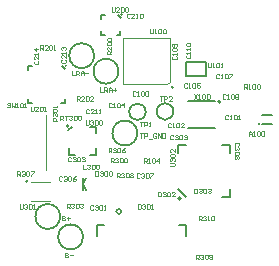
<source format=gto>
G04 Layer_Color=65535*
%FSLAX25Y25*%
%MOIN*%
G70*
G01*
G75*
%ADD42C,0.00500*%
%ADD45C,0.00800*%
%ADD46C,0.00400*%
%ADD70C,0.00433*%
%ADD71C,0.00394*%
%ADD72C,0.00492*%
%ADD73C,0.00787*%
D42*
X-6713Y-23846D02*
G03*
X-6713Y-23846I-787J0D01*
G01*
X-24206Y4700D02*
G03*
X-24206Y4700I-315J0D01*
G01*
X13124Y-19452D02*
G03*
X13124Y-19452I-492J0D01*
G01*
X1456Y9400D02*
G03*
X1456Y9400I-2756J0D01*
G01*
X39478Y5283D02*
G03*
X39478Y5283I-276J0D01*
G01*
X-27056Y-25500D02*
G03*
X-27056Y-25500I-4144J0D01*
G01*
X10656Y9500D02*
G03*
X10656Y9500I-2756J0D01*
G01*
X-19456Y-32300D02*
G03*
X-19456Y-32300I-4144J0D01*
G01*
X-1356Y2300D02*
G03*
X-1356Y2300I-4144J0D01*
G01*
X-15756Y28100D02*
G03*
X-15756Y28100I-4144J0D01*
G01*
X-25084Y24819D02*
G03*
X-25084Y24819I-197J0D01*
G01*
X-7656Y22900D02*
G03*
X-7656Y22900I-4144J0D01*
G01*
X26434Y12772D02*
G03*
X26434Y12772I-492J0D01*
G01*
X-19596Y-16769D02*
Y-12832D01*
X-19399Y-14800D02*
X-18415Y-12832D01*
X-19399Y-14800D02*
X-18415Y-16769D01*
X-15000Y-4859D02*
Y-2776D01*
X-17100Y-4859D02*
X-15000D01*
X-17100Y4300D02*
X-15000D01*
Y2200D02*
Y4300D01*
X-24159Y-4859D02*
X-22076D01*
X-24159D02*
Y-2776D01*
X-24324Y3243D02*
X-23143Y4424D01*
X14724Y26098D02*
X21613D01*
Y21177D02*
Y26098D01*
X14724Y21177D02*
Y26098D01*
Y21177D02*
X21613D01*
X40285Y5185D02*
X43435D01*
X40285Y8335D02*
X43435D01*
X-25301Y12201D02*
Y13776D01*
X-26876Y12201D02*
X-25301D01*
X-37899D02*
X-36324D01*
X-37899D02*
Y13776D01*
Y24799D02*
X-36324D01*
X-37899Y23224D02*
Y24799D01*
X-26482D02*
X-25301Y23618D01*
X-7936Y41745D02*
X-6755Y40564D01*
X-13448Y41548D02*
X-12169D01*
X-13448Y40268D02*
Y41548D01*
Y35052D02*
Y36331D01*
Y35052D02*
X-12169D01*
X-6952D02*
Y36331D01*
X-8232Y35052D02*
X-6952D01*
X15509Y4110D02*
X24663D01*
X15509Y12870D02*
X24663D01*
D45*
X12239Y-16204D02*
X14896Y-18861D01*
D46*
X35800Y1400D02*
Y2400D01*
X36300Y2899D01*
X36800Y2400D01*
Y1400D01*
Y2150D01*
X35800D01*
X37299Y1400D02*
X37799D01*
X37549D01*
Y2899D01*
X37299Y2650D01*
X38549D02*
X38799Y2899D01*
X39299D01*
X39549Y2650D01*
Y1650D01*
X39299Y1400D01*
X38799D01*
X38549Y1650D01*
Y2650D01*
X40049D02*
X40299Y2899D01*
X40798D01*
X41048Y2650D01*
Y1650D01*
X40798Y1400D01*
X40299D01*
X40049Y1650D01*
Y2650D01*
X-1900Y15950D02*
X-2150Y16199D01*
X-2650D01*
X-2900Y15950D01*
Y14950D01*
X-2650Y14700D01*
X-2150D01*
X-1900Y14950D01*
X-1400Y14700D02*
X-901D01*
X-1151D01*
Y16199D01*
X-1400Y15950D01*
X-151D02*
X99Y16199D01*
X599D01*
X849Y15950D01*
Y14950D01*
X599Y14700D01*
X99D01*
X-151Y14950D01*
Y15950D01*
X1349D02*
X1599Y16199D01*
X2098D01*
X2348Y15950D01*
Y14950D01*
X2098Y14700D01*
X1599D01*
X1349Y14950D01*
Y15950D01*
X29000Y8150D02*
X28750Y8399D01*
X28250D01*
X28000Y8150D01*
Y7150D01*
X28250Y6900D01*
X28750D01*
X29000Y7150D01*
X29500Y6900D02*
X29999D01*
X29749D01*
Y8399D01*
X29500Y8150D01*
X30749D02*
X30999Y8399D01*
X31499D01*
X31749Y8150D01*
Y7150D01*
X31499Y6900D01*
X30999D01*
X30749Y7150D01*
Y8150D01*
X32249Y6900D02*
X32748D01*
X32499D01*
Y8399D01*
X32249Y8150D01*
X9900Y5450D02*
X9650Y5700D01*
X9150D01*
X8900Y5450D01*
Y4450D01*
X9150Y4200D01*
X9650D01*
X9900Y4450D01*
X10400Y4200D02*
X10899D01*
X10650D01*
Y5700D01*
X10400Y5450D01*
X11649D02*
X11899Y5700D01*
X12399D01*
X12649Y5450D01*
Y4450D01*
X12399Y4200D01*
X11899D01*
X11649Y4450D01*
Y5450D01*
X14148Y4200D02*
X13149D01*
X14148Y5200D01*
Y5450D01*
X13898Y5700D01*
X13399D01*
X13149Y5450D01*
X-9900Y12150D02*
X-10150Y12399D01*
X-10650D01*
X-10900Y12150D01*
Y11150D01*
X-10650Y10900D01*
X-10150D01*
X-9900Y11150D01*
X-9401Y10900D02*
X-8901D01*
X-9151D01*
Y12399D01*
X-9401Y12150D01*
X-8151D02*
X-7901Y12399D01*
X-7401D01*
X-7151Y12150D01*
Y11150D01*
X-7401Y10900D01*
X-7901D01*
X-8151Y11150D01*
Y12150D01*
X-5902Y10900D02*
Y12399D01*
X-6651Y11650D01*
X-5652D01*
X15300Y18650D02*
X15050Y18900D01*
X14550D01*
X14300Y18650D01*
Y17650D01*
X14550Y17400D01*
X15050D01*
X15300Y17650D01*
X15800Y17400D02*
X16299D01*
X16049D01*
Y18900D01*
X15800Y18650D01*
X17049D02*
X17299Y18900D01*
X17799D01*
X18049Y18650D01*
Y17650D01*
X17799Y17400D01*
X17299D01*
X17049Y17650D01*
Y18650D01*
X19548Y18900D02*
X18549D01*
Y18150D01*
X19049Y18400D01*
X19298D01*
X19548Y18150D01*
Y17650D01*
X19298Y17400D01*
X18799D01*
X18549Y17650D01*
X26000Y21750D02*
X25750Y22000D01*
X25250D01*
X25000Y21750D01*
Y20750D01*
X25250Y20500D01*
X25750D01*
X26000Y20750D01*
X26500Y20500D02*
X26999D01*
X26749D01*
Y22000D01*
X26500Y21750D01*
X27749D02*
X27999Y22000D01*
X28499D01*
X28749Y21750D01*
Y20750D01*
X28499Y20500D01*
X27999D01*
X27749Y20750D01*
Y21750D01*
X29249Y22000D02*
X30248D01*
Y21750D01*
X29249Y20750D01*
Y20500D01*
X28100Y14950D02*
X27850Y15200D01*
X27350D01*
X27100Y14950D01*
Y13950D01*
X27350Y13700D01*
X27850D01*
X28100Y13950D01*
X28600Y13700D02*
X29099D01*
X28849D01*
Y15200D01*
X28600Y14950D01*
X29849D02*
X30099Y15200D01*
X30599D01*
X30849Y14950D01*
Y13950D01*
X30599Y13700D01*
X30099D01*
X29849Y13950D01*
Y14950D01*
X31349D02*
X31599Y15200D01*
X32098D01*
X32348Y14950D01*
Y14700D01*
X32098Y14450D01*
X32348Y14200D01*
Y13950D01*
X32098Y13700D01*
X31599D01*
X31349Y13950D01*
Y14200D01*
X31599Y14450D01*
X31349Y14700D01*
Y14950D01*
X31599Y14450D02*
X32098D01*
X10500Y27849D02*
X10250Y27599D01*
Y27099D01*
X10500Y26849D01*
X11499D01*
X11749Y27099D01*
Y27599D01*
X11499Y27849D01*
X11749Y28349D02*
Y28849D01*
Y28599D01*
X10250D01*
X10500Y28349D01*
Y29598D02*
X10250Y29848D01*
Y30348D01*
X10500Y30598D01*
X11499D01*
X11749Y30348D01*
Y29848D01*
X11499Y29598D01*
X10500D01*
X11499Y31098D02*
X11749Y31348D01*
Y31848D01*
X11499Y32098D01*
X10500D01*
X10250Y31848D01*
Y31348D01*
X10500Y31098D01*
X10750D01*
X10999Y31348D01*
Y32098D01*
X15050Y28300D02*
X14800Y28050D01*
Y27550D01*
X15050Y27300D01*
X16050D01*
X16300Y27550D01*
Y28050D01*
X16050Y28300D01*
X16300Y28800D02*
Y29299D01*
Y29049D01*
X14800D01*
X15050Y28800D01*
X16300Y30049D02*
Y30549D01*
Y30299D01*
X14800D01*
X15050Y30049D01*
Y31299D02*
X14800Y31549D01*
Y32048D01*
X15050Y32298D01*
X16050D01*
X16300Y32048D01*
Y31549D01*
X16050Y31299D01*
X15050D01*
X-3800Y41850D02*
X-4050Y42099D01*
X-4550D01*
X-4800Y41850D01*
Y40850D01*
X-4550Y40600D01*
X-4050D01*
X-3800Y40850D01*
X-2301Y40600D02*
X-3300D01*
X-2301Y41600D01*
Y41850D01*
X-2551Y42099D01*
X-3051D01*
X-3300Y41850D01*
X-1801Y40600D02*
X-1301D01*
X-1551D01*
Y42099D01*
X-1801Y41850D01*
X-551D02*
X-301Y42099D01*
X198D01*
X448Y41850D01*
Y40850D01*
X198Y40600D01*
X-301D01*
X-551Y40850D01*
Y41850D01*
X-17400Y10150D02*
X-17650Y10400D01*
X-18150D01*
X-18400Y10150D01*
Y9150D01*
X-18150Y8900D01*
X-17650D01*
X-17400Y9150D01*
X-15901Y8900D02*
X-16901D01*
X-15901Y9900D01*
Y10150D01*
X-16151Y10400D01*
X-16651D01*
X-16901Y10150D01*
X-15401Y8900D02*
X-14901D01*
X-15151D01*
Y10400D01*
X-15401Y10150D01*
X-14151Y8900D02*
X-13652D01*
X-13901D01*
Y10400D01*
X-14151Y10150D01*
X-26452Y26795D02*
X-26702Y26545D01*
Y26045D01*
X-26452Y25795D01*
X-25452D01*
X-25202Y26045D01*
Y26545D01*
X-25452Y26795D01*
X-25202Y28295D02*
Y27295D01*
X-26202Y28295D01*
X-26452D01*
X-26702Y28045D01*
Y27545D01*
X-26452Y27295D01*
X-25202Y28794D02*
Y29294D01*
Y29044D01*
X-26702D01*
X-26452Y28794D01*
Y30044D02*
X-26702Y30294D01*
Y30794D01*
X-26452Y31044D01*
X-26202D01*
X-25952Y30794D01*
Y30544D01*
Y30794D01*
X-25702Y31044D01*
X-25452D01*
X-25202Y30794D01*
Y30294D01*
X-25452Y30044D01*
X-35534Y26400D02*
X-35784Y26150D01*
Y25650D01*
X-35534Y25400D01*
X-34534D01*
X-34284Y25650D01*
Y26150D01*
X-34534Y26400D01*
X-34284Y27899D02*
Y26899D01*
X-35284Y27899D01*
X-35534D01*
X-35784Y27649D01*
Y27149D01*
X-35534Y26899D01*
X-34284Y28399D02*
Y28899D01*
Y28649D01*
X-35784D01*
X-35534Y28399D01*
X-34284Y30398D02*
X-35784D01*
X-35034Y29649D01*
Y30648D01*
X-16000Y-21950D02*
X-16250Y-21700D01*
X-16750D01*
X-17000Y-21950D01*
Y-22950D01*
X-16750Y-23200D01*
X-16250D01*
X-16000Y-22950D01*
X-15500Y-21950D02*
X-15251Y-21700D01*
X-14751D01*
X-14501Y-21950D01*
Y-22200D01*
X-14751Y-22450D01*
X-15001D01*
X-14751D01*
X-14501Y-22700D01*
Y-22950D01*
X-14751Y-23200D01*
X-15251D01*
X-15500Y-22950D01*
X-14001Y-21950D02*
X-13751Y-21700D01*
X-13251D01*
X-13001Y-21950D01*
Y-22950D01*
X-13251Y-23200D01*
X-13751D01*
X-14001Y-22950D01*
Y-21950D01*
X-12501Y-23200D02*
X-12002D01*
X-12252D01*
Y-21700D01*
X-12501Y-21950D01*
X-23400Y-5850D02*
X-23650Y-5601D01*
X-24150D01*
X-24400Y-5850D01*
Y-6850D01*
X-24150Y-7100D01*
X-23650D01*
X-23400Y-6850D01*
X-22900Y-5850D02*
X-22651Y-5601D01*
X-22151D01*
X-21901Y-5850D01*
Y-6100D01*
X-22151Y-6350D01*
X-22401D01*
X-22151D01*
X-21901Y-6600D01*
Y-6850D01*
X-22151Y-7100D01*
X-22651D01*
X-22900Y-6850D01*
X-21401Y-5850D02*
X-21151Y-5601D01*
X-20651D01*
X-20401Y-5850D01*
Y-6850D01*
X-20651Y-7100D01*
X-21151D01*
X-21401Y-6850D01*
Y-5850D01*
X-19901D02*
X-19651Y-5601D01*
X-19152D01*
X-18902Y-5850D01*
Y-6100D01*
X-19152Y-6350D01*
X-19402D01*
X-19152D01*
X-18902Y-6600D01*
Y-6850D01*
X-19152Y-7100D01*
X-19651D01*
X-19901Y-6850D01*
X-26400Y-12350D02*
X-26650Y-12100D01*
X-27150D01*
X-27400Y-12350D01*
Y-13350D01*
X-27150Y-13600D01*
X-26650D01*
X-26400Y-13350D01*
X-25901Y-12350D02*
X-25651Y-12100D01*
X-25151D01*
X-24901Y-12350D01*
Y-12600D01*
X-25151Y-12850D01*
X-25401D01*
X-25151D01*
X-24901Y-13100D01*
Y-13350D01*
X-25151Y-13600D01*
X-25651D01*
X-25901Y-13350D01*
X-24401Y-12350D02*
X-24151Y-12100D01*
X-23651D01*
X-23401Y-12350D01*
Y-13350D01*
X-23651Y-13600D01*
X-24151D01*
X-24401Y-13350D01*
Y-12350D01*
X-21902Y-12100D02*
X-22402Y-12350D01*
X-22901Y-12850D01*
Y-13350D01*
X-22651Y-13600D01*
X-22152D01*
X-21902Y-13350D01*
Y-13100D01*
X-22152Y-12850D01*
X-22901D01*
X-600Y-11350D02*
X-850Y-11101D01*
X-1350D01*
X-1600Y-11350D01*
Y-12350D01*
X-1350Y-12600D01*
X-850D01*
X-600Y-12350D01*
X-100Y-11350D02*
X149Y-11101D01*
X649D01*
X899Y-11350D01*
Y-11600D01*
X649Y-11850D01*
X399D01*
X649D01*
X899Y-12100D01*
Y-12350D01*
X649Y-12600D01*
X149D01*
X-100Y-12350D01*
X1399Y-11350D02*
X1649Y-11101D01*
X2149D01*
X2399Y-11350D01*
Y-12350D01*
X2149Y-12600D01*
X1649D01*
X1399Y-12350D01*
Y-11350D01*
X2899Y-11101D02*
X3898D01*
Y-11350D01*
X2899Y-12350D01*
Y-12600D01*
X32350Y-1900D02*
X32599Y-1650D01*
Y-1150D01*
X32350Y-900D01*
X31350D01*
X31100Y-1150D01*
Y-1650D01*
X31350Y-1900D01*
X32350Y-2400D02*
X32599Y-2649D01*
Y-3149D01*
X32350Y-3399D01*
X32100D01*
X31850Y-3149D01*
Y-2899D01*
Y-3149D01*
X31600Y-3399D01*
X31350D01*
X31100Y-3149D01*
Y-2649D01*
X31350Y-2400D01*
X32350Y-3899D02*
X32599Y-4149D01*
Y-4649D01*
X32350Y-4899D01*
X31350D01*
X31100Y-4649D01*
Y-4149D01*
X31350Y-3899D01*
X32350D01*
Y-5399D02*
X32599Y-5649D01*
Y-6148D01*
X32350Y-6398D01*
X32100D01*
X31850Y-6148D01*
X31600Y-6398D01*
X31350D01*
X31100Y-6148D01*
Y-5649D01*
X31350Y-5399D01*
X31600D01*
X31850Y-5649D01*
X32100Y-5399D01*
X32350D01*
X31850Y-5649D02*
Y-6148D01*
X10700Y1450D02*
X10450Y1699D01*
X9950D01*
X9700Y1450D01*
Y450D01*
X9950Y200D01*
X10450D01*
X10700Y450D01*
X11199Y1450D02*
X11449Y1699D01*
X11949D01*
X12199Y1450D01*
Y1200D01*
X11949Y950D01*
X11699D01*
X11949D01*
X12199Y700D01*
Y450D01*
X11949Y200D01*
X11449D01*
X11199Y450D01*
X12699Y1450D02*
X12949Y1699D01*
X13449D01*
X13699Y1450D01*
Y450D01*
X13449Y200D01*
X12949D01*
X12699Y450D01*
Y1450D01*
X14199Y450D02*
X14448Y200D01*
X14948D01*
X15198Y450D01*
Y1450D01*
X14948Y1699D01*
X14448D01*
X14199Y1450D01*
Y1200D01*
X14448Y950D01*
X15198D01*
X-15300Y-10401D02*
Y-11900D01*
X-14550D01*
X-14300Y-11650D01*
Y-10650D01*
X-14550Y-10401D01*
X-15300D01*
X-13801Y-10650D02*
X-13551Y-10401D01*
X-13051D01*
X-12801Y-10650D01*
Y-10900D01*
X-13051Y-11150D01*
X-13301D01*
X-13051D01*
X-12801Y-11400D01*
Y-11650D01*
X-13051Y-11900D01*
X-13551D01*
X-13801Y-11650D01*
X-12301Y-10650D02*
X-12051Y-10401D01*
X-11551D01*
X-11301Y-10650D01*
Y-11650D01*
X-11551Y-11900D01*
X-12051D01*
X-12301Y-11650D01*
Y-10650D01*
X-10801D02*
X-10552Y-10401D01*
X-10052D01*
X-9802Y-10650D01*
Y-11650D01*
X-10052Y-11900D01*
X-10552D01*
X-10801Y-11650D01*
Y-10650D01*
X-1200Y-21400D02*
Y-22900D01*
X-450D01*
X-200Y-22650D01*
Y-21650D01*
X-450Y-21400D01*
X-1200D01*
X299Y-21650D02*
X549Y-21400D01*
X1049D01*
X1299Y-21650D01*
Y-21900D01*
X1049Y-22150D01*
X799D01*
X1049D01*
X1299Y-22400D01*
Y-22650D01*
X1049Y-22900D01*
X549D01*
X299Y-22650D01*
X1799Y-21650D02*
X2049Y-21400D01*
X2549D01*
X2799Y-21650D01*
Y-22650D01*
X2549Y-22900D01*
X2049D01*
X1799Y-22650D01*
Y-21650D01*
X3299Y-22900D02*
X3798D01*
X3548D01*
Y-21400D01*
X3299Y-21650D01*
X5600Y-17300D02*
Y-18800D01*
X6350D01*
X6600Y-18550D01*
Y-17550D01*
X6350Y-17300D01*
X5600D01*
X7100Y-17550D02*
X7349Y-17300D01*
X7849D01*
X8099Y-17550D01*
Y-17800D01*
X7849Y-18050D01*
X7599D01*
X7849D01*
X8099Y-18300D01*
Y-18550D01*
X7849Y-18800D01*
X7349D01*
X7100Y-18550D01*
X8599Y-17550D02*
X8849Y-17300D01*
X9349D01*
X9599Y-17550D01*
Y-18550D01*
X9349Y-18800D01*
X8849D01*
X8599Y-18550D01*
Y-17550D01*
X11098Y-18800D02*
X10099D01*
X11098Y-17800D01*
Y-17550D01*
X10848Y-17300D01*
X10349D01*
X10099Y-17550D01*
X17700Y-16201D02*
Y-17700D01*
X18450D01*
X18700Y-17450D01*
Y-16450D01*
X18450Y-16201D01*
X17700D01*
X19199Y-16450D02*
X19449Y-16201D01*
X19949D01*
X20199Y-16450D01*
Y-16700D01*
X19949Y-16950D01*
X19699D01*
X19949D01*
X20199Y-17200D01*
Y-17450D01*
X19949Y-17700D01*
X19449D01*
X19199Y-17450D01*
X20699Y-16450D02*
X20949Y-16201D01*
X21449D01*
X21699Y-16450D01*
Y-17450D01*
X21449Y-17700D01*
X20949D01*
X20699Y-17450D01*
Y-16450D01*
X22199D02*
X22448Y-16201D01*
X22948D01*
X23198Y-16450D01*
Y-16700D01*
X22948Y-16950D01*
X22698D01*
X22948D01*
X23198Y-17200D01*
Y-17450D01*
X22948Y-17700D01*
X22448D01*
X22199Y-17450D01*
X-19600Y-8201D02*
Y-9700D01*
X-18600D01*
X-18101Y-8450D02*
X-17851Y-8201D01*
X-17351D01*
X-17101Y-8450D01*
Y-8700D01*
X-17351Y-8950D01*
X-17601D01*
X-17351D01*
X-17101Y-9200D01*
Y-9450D01*
X-17351Y-9700D01*
X-17851D01*
X-18101Y-9450D01*
X-16601Y-8450D02*
X-16351Y-8201D01*
X-15851D01*
X-15601Y-8450D01*
Y-9450D01*
X-15851Y-9700D01*
X-16351D01*
X-16601Y-9450D01*
Y-8450D01*
X-15101D02*
X-14852Y-8201D01*
X-14352D01*
X-14102Y-8450D01*
Y-9450D01*
X-14352Y-9700D01*
X-14852D01*
X-15101Y-9450D01*
Y-8450D01*
X34300Y17100D02*
Y18599D01*
X35050D01*
X35300Y18350D01*
Y17850D01*
X35050Y17600D01*
X34300D01*
X34800D02*
X35300Y17100D01*
X35800D02*
X36299D01*
X36049D01*
Y18599D01*
X35800Y18350D01*
X37049D02*
X37299Y18599D01*
X37799D01*
X38049Y18350D01*
Y17350D01*
X37799Y17100D01*
X37299D01*
X37049Y17350D01*
Y18350D01*
X38549D02*
X38799Y18599D01*
X39298D01*
X39548Y18350D01*
Y17350D01*
X39298Y17100D01*
X38799D01*
X38549Y17350D01*
Y18350D01*
X800Y-7600D02*
Y-6101D01*
X1550D01*
X1800Y-6350D01*
Y-6850D01*
X1550Y-7100D01*
X800D01*
X1300D02*
X1800Y-7600D01*
X2300D02*
X2799D01*
X2549D01*
Y-6101D01*
X2300Y-6350D01*
X3549D02*
X3799Y-6101D01*
X4299D01*
X4549Y-6350D01*
Y-7350D01*
X4299Y-7600D01*
X3799D01*
X3549Y-7350D01*
Y-6350D01*
X5798Y-7600D02*
Y-6101D01*
X5049Y-6850D01*
X6048D01*
X-10000Y28500D02*
X-11500D01*
Y29250D01*
X-11250Y29500D01*
X-10750D01*
X-10500Y29250D01*
Y28500D01*
Y29000D02*
X-10000Y29500D01*
Y30999D02*
Y30000D01*
X-11000Y30999D01*
X-11250D01*
X-11500Y30749D01*
Y30249D01*
X-11250Y30000D01*
Y31499D02*
X-11500Y31749D01*
Y32249D01*
X-11250Y32499D01*
X-10250D01*
X-10000Y32249D01*
Y31749D01*
X-10250Y31499D01*
X-11250D01*
Y32999D02*
X-11500Y33248D01*
Y33748D01*
X-11250Y33998D01*
X-10250D01*
X-10000Y33748D01*
Y33248D01*
X-10250Y32999D01*
X-11250D01*
X-33700Y30100D02*
Y31600D01*
X-32950D01*
X-32700Y31350D01*
Y30850D01*
X-32950Y30600D01*
X-33700D01*
X-33200D02*
X-32700Y30100D01*
X-31201D02*
X-32201D01*
X-31201Y31100D01*
Y31350D01*
X-31451Y31600D01*
X-31951D01*
X-32201Y31350D01*
X-30701D02*
X-30451Y31600D01*
X-29951D01*
X-29701Y31350D01*
Y30350D01*
X-29951Y30100D01*
X-30451D01*
X-30701Y30350D01*
Y31350D01*
X-29201Y30100D02*
X-28702D01*
X-28951D01*
Y31600D01*
X-29201Y31350D01*
X-21600Y13100D02*
Y14600D01*
X-20850D01*
X-20600Y14350D01*
Y13850D01*
X-20850Y13600D01*
X-21600D01*
X-21100D02*
X-20600Y13100D01*
X-19101D02*
X-20100D01*
X-19101Y14100D01*
Y14350D01*
X-19351Y14600D01*
X-19851D01*
X-20100Y14350D01*
X-18601D02*
X-18351Y14600D01*
X-17851D01*
X-17601Y14350D01*
Y13350D01*
X-17851Y13100D01*
X-18351D01*
X-18601Y13350D01*
Y14350D01*
X-16102Y13100D02*
X-17101D01*
X-16102Y14100D01*
Y14350D01*
X-16352Y14600D01*
X-16851D01*
X-17101Y14350D01*
X-10200Y-7500D02*
Y-6001D01*
X-9450D01*
X-9200Y-6250D01*
Y-6750D01*
X-9450Y-7000D01*
X-10200D01*
X-9700D02*
X-9200Y-7500D01*
X-8700Y-6250D02*
X-8451Y-6001D01*
X-7951D01*
X-7701Y-6250D01*
Y-6500D01*
X-7951Y-6750D01*
X-8201D01*
X-7951D01*
X-7701Y-7000D01*
Y-7250D01*
X-7951Y-7500D01*
X-8451D01*
X-8700Y-7250D01*
X-7201Y-6250D02*
X-6951Y-6001D01*
X-6451D01*
X-6201Y-6250D01*
Y-7250D01*
X-6451Y-7500D01*
X-6951D01*
X-7201Y-7250D01*
Y-6250D01*
X-5701D02*
X-5452Y-6001D01*
X-4952D01*
X-4702Y-6250D01*
Y-7250D01*
X-4952Y-7500D01*
X-5452D01*
X-5701Y-7250D01*
Y-6250D01*
X-28100Y6400D02*
X-29599D01*
Y7150D01*
X-29350Y7400D01*
X-28850D01*
X-28600Y7150D01*
Y6400D01*
Y6900D02*
X-28100Y7400D01*
X-29350Y7899D02*
X-29599Y8149D01*
Y8649D01*
X-29350Y8899D01*
X-29100D01*
X-28850Y8649D01*
Y8399D01*
Y8649D01*
X-28600Y8899D01*
X-28350D01*
X-28100Y8649D01*
Y8149D01*
X-28350Y7899D01*
X-29350Y9399D02*
X-29599Y9649D01*
Y10149D01*
X-29350Y10399D01*
X-28350D01*
X-28100Y10149D01*
Y9649D01*
X-28350Y9399D01*
X-29350D01*
X-28100Y10899D02*
Y11398D01*
Y11148D01*
X-29599D01*
X-29350Y10899D01*
X-24900Y-22681D02*
Y-21182D01*
X-24150D01*
X-23900Y-21431D01*
Y-21931D01*
X-24150Y-22181D01*
X-24900D01*
X-24400D02*
X-23900Y-22681D01*
X-23401Y-21431D02*
X-23151Y-21182D01*
X-22651D01*
X-22401Y-21431D01*
Y-21681D01*
X-22651Y-21931D01*
X-22901D01*
X-22651D01*
X-22401Y-22181D01*
Y-22431D01*
X-22651Y-22681D01*
X-23151D01*
X-23401Y-22431D01*
X-21901Y-21431D02*
X-21651Y-21182D01*
X-21151D01*
X-20901Y-21431D01*
Y-22431D01*
X-21151Y-22681D01*
X-21651D01*
X-21901Y-22431D01*
Y-21431D01*
X-20401D02*
X-20152Y-21182D01*
X-19652D01*
X-19402Y-21431D01*
Y-21681D01*
X-19652Y-21931D01*
X-19902D01*
X-19652D01*
X-19402Y-22181D01*
Y-22431D01*
X-19652Y-22681D01*
X-20152D01*
X-20401Y-22431D01*
X-10950Y-4175D02*
Y-2675D01*
X-10201D01*
X-9951Y-2925D01*
Y-3425D01*
X-10201Y-3675D01*
X-10950D01*
X-10451D02*
X-9951Y-4175D01*
X-9451Y-2925D02*
X-9201Y-2675D01*
X-8701D01*
X-8451Y-2925D01*
Y-3175D01*
X-8701Y-3425D01*
X-8951D01*
X-8701D01*
X-8451Y-3675D01*
Y-3925D01*
X-8701Y-4175D01*
X-9201D01*
X-9451Y-3925D01*
X-7951Y-2925D02*
X-7701Y-2675D01*
X-7202D01*
X-6952Y-2925D01*
Y-3925D01*
X-7202Y-4175D01*
X-7701D01*
X-7951Y-3925D01*
Y-2925D01*
X-5452Y-2675D02*
X-5952Y-2925D01*
X-6452Y-3425D01*
Y-3925D01*
X-6202Y-4175D01*
X-5702D01*
X-5452Y-3925D01*
Y-3675D01*
X-5702Y-3425D01*
X-6452D01*
X-41433Y-11969D02*
Y-10469D01*
X-40683D01*
X-40433Y-10719D01*
Y-11219D01*
X-40683Y-11469D01*
X-41433D01*
X-40933D02*
X-40433Y-11969D01*
X-39934Y-10719D02*
X-39684Y-10469D01*
X-39184D01*
X-38934Y-10719D01*
Y-10969D01*
X-39184Y-11219D01*
X-39434D01*
X-39184D01*
X-38934Y-11469D01*
Y-11719D01*
X-39184Y-11969D01*
X-39684D01*
X-39934Y-11719D01*
X-38434Y-10719D02*
X-38184Y-10469D01*
X-37684D01*
X-37434Y-10719D01*
Y-11719D01*
X-37684Y-11969D01*
X-38184D01*
X-38434Y-11719D01*
Y-10719D01*
X-36935Y-10469D02*
X-35935D01*
Y-10719D01*
X-36935Y-11719D01*
Y-11969D01*
X-8200Y-12500D02*
Y-11000D01*
X-7450D01*
X-7200Y-11250D01*
Y-11750D01*
X-7450Y-12000D01*
X-8200D01*
X-7700D02*
X-7200Y-12500D01*
X-6701Y-11250D02*
X-6451Y-11000D01*
X-5951D01*
X-5701Y-11250D01*
Y-11500D01*
X-5951Y-11750D01*
X-6201D01*
X-5951D01*
X-5701Y-12000D01*
Y-12250D01*
X-5951Y-12500D01*
X-6451D01*
X-6701Y-12250D01*
X-5201Y-11250D02*
X-4951Y-11000D01*
X-4451D01*
X-4201Y-11250D01*
Y-12250D01*
X-4451Y-12500D01*
X-4951D01*
X-5201Y-12250D01*
Y-11250D01*
X-3701D02*
X-3452Y-11000D01*
X-2952D01*
X-2702Y-11250D01*
Y-11500D01*
X-2952Y-11750D01*
X-2702Y-12000D01*
Y-12250D01*
X-2952Y-12500D01*
X-3452D01*
X-3701Y-12250D01*
Y-12000D01*
X-3452Y-11750D01*
X-3701Y-11500D01*
Y-11250D01*
X-3452Y-11750D02*
X-2952D01*
X18200Y-39700D02*
Y-38201D01*
X18950D01*
X19200Y-38450D01*
Y-38950D01*
X18950Y-39200D01*
X18200D01*
X18700D02*
X19200Y-39700D01*
X19700Y-38450D02*
X19949Y-38201D01*
X20449D01*
X20699Y-38450D01*
Y-38700D01*
X20449Y-38950D01*
X20199D01*
X20449D01*
X20699Y-39200D01*
Y-39450D01*
X20449Y-39700D01*
X19949D01*
X19700Y-39450D01*
X21199Y-38450D02*
X21449Y-38201D01*
X21949D01*
X22199Y-38450D01*
Y-39450D01*
X21949Y-39700D01*
X21449D01*
X21199Y-39450D01*
Y-38450D01*
X22699Y-39450D02*
X22949Y-39700D01*
X23448D01*
X23698Y-39450D01*
Y-38450D01*
X23448Y-38201D01*
X22949D01*
X22699Y-38450D01*
Y-38700D01*
X22949Y-38950D01*
X23698D01*
X19100Y-26800D02*
Y-25300D01*
X19850D01*
X20100Y-25550D01*
Y-26050D01*
X19850Y-26300D01*
X19100D01*
X19600D02*
X20100Y-26800D01*
X20599Y-25550D02*
X20849Y-25300D01*
X21349D01*
X21599Y-25550D01*
Y-25800D01*
X21349Y-26050D01*
X21099D01*
X21349D01*
X21599Y-26300D01*
Y-26550D01*
X21349Y-26800D01*
X20849D01*
X20599Y-26550D01*
X22099Y-26800D02*
X22599D01*
X22349D01*
Y-25300D01*
X22099Y-25550D01*
X23349D02*
X23599Y-25300D01*
X24098D01*
X24348Y-25550D01*
Y-26550D01*
X24098Y-26800D01*
X23599D01*
X23349Y-26550D01*
Y-25550D01*
X-27100Y6600D02*
Y8100D01*
X-26350D01*
X-26100Y7850D01*
Y7350D01*
X-26350Y7100D01*
X-27100D01*
X-26600D02*
X-26100Y6600D01*
X-25600Y8100D02*
X-24601D01*
X-25101D01*
Y6600D01*
X-24101Y7850D02*
X-23851Y8100D01*
X-23351D01*
X-23101Y7850D01*
Y7600D01*
X-23351Y7350D01*
X-23601D01*
X-23351D01*
X-23101Y7100D01*
Y6850D01*
X-23351Y6600D01*
X-23851D01*
X-24101Y6850D01*
X-22601Y7850D02*
X-22352Y8100D01*
X-21852D01*
X-21602Y7850D01*
Y6850D01*
X-21852Y6600D01*
X-22352D01*
X-22601Y6850D01*
Y7850D01*
X-21102D02*
X-20852Y8100D01*
X-20352D01*
X-20102Y7850D01*
Y6850D01*
X-20352Y6600D01*
X-20852D01*
X-21102Y6850D01*
Y7850D01*
X-43700Y12150D02*
X-43950Y12399D01*
X-44450D01*
X-44700Y12150D01*
Y11900D01*
X-44450Y11650D01*
X-43950D01*
X-43700Y11400D01*
Y11150D01*
X-43950Y10900D01*
X-44450D01*
X-44700Y11150D01*
X-43200Y12399D02*
Y10900D01*
X-42701Y11400D01*
X-42201Y10900D01*
Y12399D01*
X-41701Y10900D02*
X-41201D01*
X-41451D01*
Y12399D01*
X-41701Y12150D01*
X-40451D02*
X-40201Y12399D01*
X-39702D01*
X-39452Y12150D01*
Y11150D01*
X-39702Y10900D01*
X-40201D01*
X-40451Y11150D01*
Y12150D01*
X-38952Y10900D02*
X-38452D01*
X-38702D01*
Y12399D01*
X-38952Y12150D01*
X-500Y5999D02*
X500D01*
X-0D01*
Y4500D01*
X1000D02*
Y5999D01*
X1749D01*
X1999Y5750D01*
Y5250D01*
X1749Y5000D01*
X1000D01*
X2499Y4500D02*
X2999D01*
X2749D01*
Y5999D01*
X2499Y5750D01*
X6111Y14647D02*
X7110D01*
X6610D01*
Y13148D01*
X7610D02*
Y14647D01*
X8360D01*
X8610Y14397D01*
Y13897D01*
X8360Y13647D01*
X7610D01*
X10109Y13148D02*
X9110D01*
X10109Y14147D01*
Y14397D01*
X9859Y14647D01*
X9359D01*
X9110Y14397D01*
X-500Y2200D02*
X500D01*
X-0D01*
Y700D01*
X1000D02*
Y2200D01*
X1749D01*
X1999Y1950D01*
Y1450D01*
X1749Y1200D01*
X1000D01*
X2499Y450D02*
X3499D01*
X4998Y1950D02*
X4748Y2200D01*
X4248D01*
X3999Y1950D01*
Y950D01*
X4248Y700D01*
X4748D01*
X4998Y950D01*
Y1450D01*
X4498D01*
X5498Y700D02*
Y2200D01*
X6498Y700D01*
Y2200D01*
X6998D02*
Y700D01*
X7747D01*
X7997Y950D01*
Y1950D01*
X7747Y2200D01*
X6998D01*
X2900Y36999D02*
Y35750D01*
X3150Y35500D01*
X3650D01*
X3900Y35750D01*
Y36999D01*
X4400Y35500D02*
X4899D01*
X4649D01*
Y36999D01*
X4400Y36750D01*
X5649D02*
X5899Y36999D01*
X6399D01*
X6649Y36750D01*
Y35750D01*
X6399Y35500D01*
X5899D01*
X5649Y35750D01*
Y36750D01*
X7149D02*
X7399Y36999D01*
X7898D01*
X8148Y36750D01*
Y35750D01*
X7898Y35500D01*
X7399D01*
X7149Y35750D01*
Y36750D01*
X22300Y25699D02*
Y24450D01*
X22550Y24200D01*
X23050D01*
X23300Y24450D01*
Y25699D01*
X23799Y24200D02*
X24299D01*
X24049D01*
Y25699D01*
X23799Y25450D01*
X25049D02*
X25299Y25699D01*
X25799D01*
X26049Y25450D01*
Y24450D01*
X25799Y24200D01*
X25299D01*
X25049Y24450D01*
Y25450D01*
X26549Y24200D02*
X27049D01*
X26799D01*
Y25699D01*
X26549Y25450D01*
X-9900Y44300D02*
Y43050D01*
X-9650Y42800D01*
X-9150D01*
X-8900Y43050D01*
Y44300D01*
X-7401Y42800D02*
X-8400D01*
X-7401Y43800D01*
Y44050D01*
X-7651Y44300D01*
X-8151D01*
X-8400Y44050D01*
X-6901D02*
X-6651Y44300D01*
X-6151D01*
X-5901Y44050D01*
Y43050D01*
X-6151Y42800D01*
X-6651D01*
X-6901Y43050D01*
Y44050D01*
X-5401D02*
X-5152Y44300D01*
X-4652D01*
X-4402Y44050D01*
Y43050D01*
X-4652Y42800D01*
X-5152D01*
X-5401Y43050D01*
Y44050D01*
X-36900Y11100D02*
Y9850D01*
X-36650Y9600D01*
X-36150D01*
X-35900Y9850D01*
Y11100D01*
X-34401Y9600D02*
X-35401D01*
X-34401Y10600D01*
Y10850D01*
X-34651Y11100D01*
X-35151D01*
X-35401Y10850D01*
X-33901D02*
X-33651Y11100D01*
X-33151D01*
X-32901Y10850D01*
Y9850D01*
X-33151Y9600D01*
X-33651D01*
X-33901Y9850D01*
Y10850D01*
X-32401Y9600D02*
X-31902D01*
X-32151D01*
Y11100D01*
X-32401Y10850D01*
X-18600Y6600D02*
Y5350D01*
X-18350Y5100D01*
X-17850D01*
X-17600Y5350D01*
Y6600D01*
X-17100Y6350D02*
X-16851Y6600D01*
X-16351D01*
X-16101Y6350D01*
Y6100D01*
X-16351Y5850D01*
X-16601D01*
X-16351D01*
X-16101Y5600D01*
Y5350D01*
X-16351Y5100D01*
X-16851D01*
X-17100Y5350D01*
X-15601Y6350D02*
X-15351Y6600D01*
X-14851D01*
X-14601Y6350D01*
Y5350D01*
X-14851Y5100D01*
X-15351D01*
X-15601Y5350D01*
Y6350D01*
X-14101D02*
X-13851Y6600D01*
X-13352D01*
X-13102Y6350D01*
Y5350D01*
X-13352Y5100D01*
X-13851D01*
X-14101Y5350D01*
Y6350D01*
X-40600Y-21500D02*
Y-22750D01*
X-40350Y-23000D01*
X-39850D01*
X-39600Y-22750D01*
Y-21500D01*
X-39101Y-21750D02*
X-38851Y-21500D01*
X-38351D01*
X-38101Y-21750D01*
Y-22000D01*
X-38351Y-22250D01*
X-38601D01*
X-38351D01*
X-38101Y-22500D01*
Y-22750D01*
X-38351Y-23000D01*
X-38851D01*
X-39101Y-22750D01*
X-37601Y-21750D02*
X-37351Y-21500D01*
X-36851D01*
X-36601Y-21750D01*
Y-22750D01*
X-36851Y-23000D01*
X-37351D01*
X-37601Y-22750D01*
Y-21750D01*
X-36101Y-23000D02*
X-35602D01*
X-35851D01*
Y-21500D01*
X-36101Y-21750D01*
X9601Y-8600D02*
X10850D01*
X11100Y-8350D01*
Y-7850D01*
X10850Y-7600D01*
X9601D01*
X9850Y-7101D02*
X9601Y-6851D01*
Y-6351D01*
X9850Y-6101D01*
X10100D01*
X10350Y-6351D01*
Y-6601D01*
Y-6351D01*
X10600Y-6101D01*
X10850D01*
X11100Y-6351D01*
Y-6851D01*
X10850Y-7101D01*
X9850Y-5601D02*
X9601Y-5351D01*
Y-4851D01*
X9850Y-4601D01*
X10850D01*
X11100Y-4851D01*
Y-5351D01*
X10850Y-5601D01*
X9850D01*
X11100Y-3102D02*
Y-4101D01*
X10100Y-3102D01*
X9850D01*
X9601Y-3352D01*
Y-3852D01*
X9850Y-4101D01*
X17511Y15200D02*
X18511Y13700D01*
Y15200D02*
X17511Y13700D01*
X19011D02*
X19510D01*
X19261D01*
Y15200D01*
X19011Y14950D01*
X20260D02*
X20510Y15200D01*
X21010D01*
X21260Y14950D01*
Y13950D01*
X21010Y13700D01*
X20510D01*
X20260Y13950D01*
Y14950D01*
X21760D02*
X22010Y15200D01*
X22510D01*
X22759Y14950D01*
Y13950D01*
X22510Y13700D01*
X22010D01*
X21760Y13950D01*
Y14950D01*
X-23200Y22999D02*
Y21500D01*
X-22200D01*
X-21700D02*
Y22999D01*
X-20951D01*
X-20701Y22750D01*
Y22250D01*
X-20951Y22000D01*
X-21700D01*
X-21201D02*
X-20701Y21500D01*
X-20201D02*
Y22500D01*
X-19701Y22999D01*
X-19201Y22500D01*
Y21500D01*
Y22250D01*
X-20201D01*
X-18701D02*
X-17702D01*
X-13900Y17500D02*
Y16000D01*
X-12900D01*
X-12400D02*
Y17500D01*
X-11651D01*
X-11401Y17250D01*
Y16750D01*
X-11651Y16500D01*
X-12400D01*
X-11901D02*
X-11401Y16000D01*
X-10901D02*
Y17000D01*
X-10401Y17500D01*
X-9901Y17000D01*
Y16000D01*
Y16750D01*
X-10901D01*
X-9401D02*
X-8402D01*
X-8902Y17250D02*
Y16250D01*
X-26400Y-25300D02*
Y-26800D01*
X-25650D01*
X-25400Y-26550D01*
Y-26300D01*
X-25650Y-26050D01*
X-26400D01*
X-25650D01*
X-25400Y-25800D01*
Y-25550D01*
X-25650Y-25300D01*
X-26400D01*
X-24901Y-26050D02*
X-23901D01*
X-24401Y-25550D02*
Y-26550D01*
X-25400Y-37600D02*
Y-39100D01*
X-24650D01*
X-24400Y-38850D01*
Y-38600D01*
X-24650Y-38350D01*
X-25400D01*
X-24650D01*
X-24400Y-38100D01*
Y-37850D01*
X-24650Y-37600D01*
X-25400D01*
X-23900Y-38350D02*
X-22901D01*
D70*
X10713Y17500D02*
G03*
X10713Y17500I-413J0D01*
G01*
X-6125Y18500D02*
X8678D01*
X-6125D02*
Y33972D01*
X8678Y18500D02*
X9583Y19406D01*
Y33972D01*
X-6125D02*
X9583D01*
D71*
X-37782Y-13745D02*
G03*
X-37782Y-13745I-394J0D01*
G01*
X-31732Y-9849D02*
Y8261D01*
X-36750Y-20250D02*
X-30450D01*
X-36750Y-13950D02*
X-30450D01*
D72*
X-6342Y41843D02*
G03*
X-6342Y41843I-315J0D01*
G01*
D73*
X-14764Y-28285D02*
X-12398Y-28285D01*
X-14764Y-32126D02*
X-14764Y-28285D01*
X14764Y-32126D02*
Y-28285D01*
X12398D02*
X14764D01*
X12239Y-4196D02*
Y-1539D01*
X14896D01*
X29561Y-4196D02*
Y-1539D01*
X26904D02*
X29561D01*
Y-18861D02*
Y-16204D01*
X26904Y-18861D02*
X29561D01*
M02*

</source>
